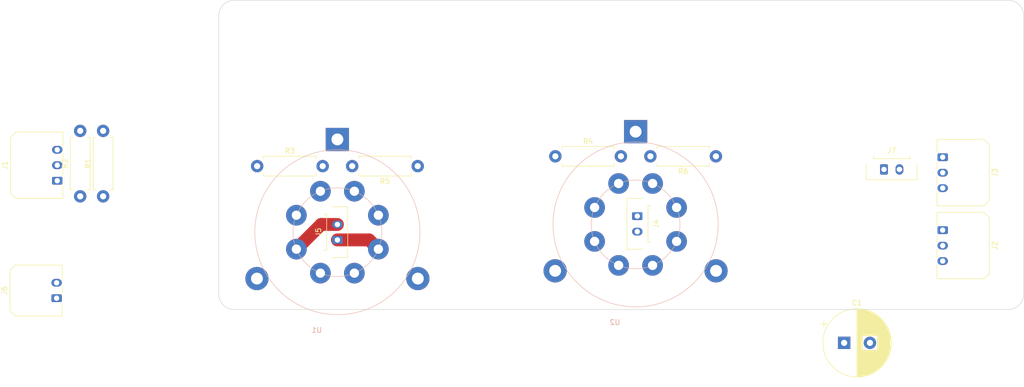
<source format=kicad_pcb>
(kicad_pcb (version 20221018) (generator pcbnew)
  (layers (0 "F.Cu" signal) (31 "B.Cu" signal) (34 "B.Paste" user) (35 "F.Paste" user) (36 "B.SilkS" user "B.Silkscreen") (37 "F.SilkS" user "F.Silkscreen") (38 "B.Mask" user) (39 "F.Mask" user) (44 "Edge.Cuts" user))
  (net 0 "")
  (net 1 "HT")
  (net 2 "GND")
  (net 3 "Net-(J1-Pin_2)")
  (net 4 "/Bias")
  (net 5 "GND1")
  (net 6 "Net-(J3-Pin_1)")
  (net 7 "Net-(J3-Pin_3)")
  (net 8 "Net-(J4-Pin_1)")
  (net 9 "Net-(J4-Pin_2)")
  (net 10 "Net-(U1A-G1)")
  (net 11 "Net-(U2A-G1)")
  (net 12 "Net-(U1A-G2)")
  (net 13 "Net-(U2A-G2)")
  (net 14 "Net-(J1-Pin_3)")
  (footprint "MountingHole:MountingHole_2.7mm_M2.5" (layer "F.Cu") (at 84.449636 33.681078)
    (fp_text reference "REF**" hide)
    (fp_text value "MountingHole_2.7mm_M2.5" hide)
    (pad "" np_thru_hole circle (at 0 0) (size 2.7 2.7) (drill 2.7) (layers "*.Cu" "*.Mask"))
  )
  (footprint "Resistor_THT:R_Axial_DIN0411_L9.9mm_D3.6mm_P12.70mm_Horizontal" (layer "F.Cu") (at 177.8 60.96 180)
    (fp_text reference "R6" (at 6.35 -2.92) (layer "F.SilkS"))
    (fp_text value "1K5")
    (fp_line (start 1.28 -1.92) (end 11.42 -1.92) (stroke (width 0.12)) (layer "F.SilkS"))
    (fp_line (start 1.28 -1.44) (end 1.28 -1.92) (stroke (width 0.12)) (layer "F.SilkS"))
    (fp_line (start 1.28 1.44) (end 1.28 1.92) (stroke (width 0.12)) (layer "F.SilkS"))
    (fp_line (start 1.28 1.92) (end 11.42 1.92) (stroke (width 0.12)) (layer "F.SilkS"))
    (fp_line (start 11.42 -1.92) (end 11.42 -1.44) (stroke (width 0.12)) (layer "F.SilkS"))
    (fp_line (start 11.42 1.92) (end 11.42 1.44) (stroke (width 0.12)) (layer "F.SilkS"))
    (pad "1" thru_hole circle (at 0 0 180) (size 2.4 2.4) (drill 1.2) (layers "*.Cu" "*.Mask") (net 1 "HT"))
    (pad "2" thru_hole oval (at 12.7 0 180) (size 2.4 2.4) (drill 1.2) (layers "*.Cu" "*.Mask") (net 13 "Net-(U2A-G2)"))
  )
  (footprint "Resistor_THT:R_Axial_DIN0411_L9.9mm_D3.6mm_P12.70mm_Horizontal" (layer "F.Cu") (at 59.055 68.725 90)
    (fp_text reference "R1" (at 6.35 -2.92 90) (layer "F.SilkS"))
    (fp_text value "220K")
    (fp_line (start 1.28 -1.92) (end 11.42 -1.92) (stroke (width 0.12)) (layer "F.SilkS"))
    (fp_line (start 1.28 -1.44) (end 1.28 -1.92) (stroke (width 0.12)) (layer "F.SilkS"))
    (fp_line (start 1.28 1.44) (end 1.28 1.92) (stroke (width 0.12)) (layer "F.SilkS"))
    (fp_line (start 1.28 1.92) (end 11.42 1.92) (stroke (width 0.12)) (layer "F.SilkS"))
    (fp_line (start 11.42 -1.92) (end 11.42 -1.44) (stroke (width 0.12)) (layer "F.SilkS"))
    (fp_line (start 11.42 1.92) (end 11.42 1.44) (stroke (width 0.12)) (layer "F.SilkS"))
    (pad "1" thru_hole circle (at 0 0 90) (size 2.4 2.4) (drill 1.2) (layers "*.Cu" "*.Mask") (net 4 "/Bias"))
    (pad "2" thru_hole oval (at 12.7 0 90) (size 2.4 2.4) (drill 1.2) (layers "*.Cu" "*.Mask") (net 14 "Net-(J1-Pin_3)"))
  )
  (footprint "Connector_Molex:Molex_Micro-Fit_3.0_43650-0200_1x02_P3.00mm_Horizontal" (layer "F.Cu") (at 50.04 88.495 90)
    (fp_text reference "J6" (at 1.5 -10.12 90) (layer "F.SilkS"))
    (fp_text value "PowerOut")
    (fp_line (start -3.435 -8.03) (end -2.435 -9.03) (stroke (width 0.12)) (layer "F.SilkS"))
    (fp_line (start -3.435 1.09) (end -3.435 -8.03) (stroke (width 0.12)) (layer "F.SilkS"))
    (fp_line (start -3.435 1.09) (end -1.01 1.09) (stroke (width 0.12)) (layer "F.SilkS"))
    (fp_line (start -2.435 -9.03) (end 5.435 -9.03) (stroke (width 0.12)) (layer "F.SilkS"))
    (fp_line (start 1.01 1.09) (end 2.348233 1.09) (stroke (width 0.12)) (layer "F.SilkS"))
    (fp_line (start 5.435 -9.03) (end 6.435 -8.03) (stroke (width 0.12)) (layer "F.SilkS"))
    (fp_line (start 6.435 -8.03) (end 6.435 1.09) (stroke (width 0.12)) (layer "F.SilkS"))
    (fp_line (start 6.435 1.09) (end 3.651767 1.09) (stroke (width 0.12)) (layer "F.SilkS"))
    (pad "" np_thru_hole circle (at 1.5 -4.32 90) (size 3 3) (drill 3) (layers "*.Cu" "*.Mask"))
    (pad "1" thru_hole roundrect (at 0 0 90) (size 1.5 2.02) (drill 1.02) (layers "*.Cu" "*.Mask") (roundrect_rratio 0.166667) (net 1 "HT"))
    (pad "2" thru_hole oval (at 3 0 90) (size 1.5 2.02) (drill 1.02) (layers "*.Cu" "*.Mask") (net 5 "GND1"))
  )
  (footprint "Connector_Molex:Molex_Micro-Fit_3.0_43650-0215_1x02_P3.00mm_Vertical" (layer "F.Cu") (at 210.36 63.5)
    (fp_text reference "J7" (at 1.5 -3.67) (layer "F.SilkS"))
    (fp_text value "Inductor")
    (fp_line (start -3.435 -1.065) (end -3.435 2.01) (stroke (width 0.12)) (layer "F.SilkS"))
    (fp_line (start -3.435 2.01) (end 6.435 2.01) (stroke (width 0.12)) (layer "F.SilkS"))
    (fp_line (start -2.015 -2.58) (end -2.015 -2.08) (stroke (width 0.12)) (layer "F.SilkS"))
    (fp_line (start -2.015 -2.08) (end 5.015 -2.08) (stroke (width 0.12)) (layer "F.SilkS"))
    (fp_line (start -1.995 -2.58) (end -2.015 -2.58) (stroke (width 0.12)) (layer "F.SilkS"))
    (fp_line (start 5.015 -2.58) (end 4.995 -2.58) (stroke (width 0.12)) (layer "F.SilkS"))
    (fp_line (start 5.015 -2.08) (end 5.015 -2.58) (stroke (width 0.12)) (layer "F.SilkS"))
    (fp_line (start 6.435 2.01) (end 6.435 -1.065) (stroke (width 0.12)) (layer "F.SilkS"))
    (pad "" np_thru_hole circle (at -3 -1.96) (size 1.27 1.27) (drill 1.27) (layers "*.Cu" "*.Mask"))
    (pad "" np_thru_hole circle (at 6 -1.96) (size 1.27 1.27) (drill 1.27) (layers "*.Cu" "*.Mask"))
    (pad "1" thru_hole roundrect (at 0 0) (size 1.5 2.02) (drill 1.02) (layers "*.Cu" "*.Mask") (roundrect_rratio 0.166667) (net 1 "HT"))
    (pad "2" thru_hole oval (at 3 0) (size 1.5 2.02) (drill 1.02) (layers "*.Cu" "*.Mask") (net 1 "HT"))
  )
  (footprint "Connector_Molex:Molex_Micro-Fit_3.0_43650-0300_1x03_P3.00mm_Horizontal" (layer "F.Cu") (at 50.165 65.69 90)
    (fp_text reference "J1" (at 3 -10.12 90) (layer "F.SilkS"))
    (fp_text value "Signal")
    (fp_line (start -3.435 -8.03) (end -2.435 -9.03) (stroke (width 0.12)) (layer "F.SilkS"))
    (fp_line (start -3.435 1.09) (end -3.435 -8.03) (stroke (width 0.12)) (layer "F.SilkS"))
    (fp_line (start -3.435 1.09) (end -1.01 1.09) (stroke (width 0.12)) (layer "F.SilkS"))
    (fp_line (start -2.435 -9.03) (end 8.435 -9.03) (stroke (width 0.12)) (layer "F.SilkS"))
    (fp_line (start 1.01 1.09) (end 2.348233 1.09) (stroke (width 0.12)) (layer "F.SilkS"))
    (fp_line (start 3.651767 1.09) (end 5.348233 1.09) (stroke (width 0.12)) (layer "F.SilkS"))
    (fp_line (start 8.435 -9.03) (end 9.435 -8.03) (stroke (width 0.12)) (layer "F.SilkS"))
    (fp_line (start 9.435 -8.03) (end 9.435 1.09) (stroke (width 0.12)) (layer "F.SilkS"))
    (fp_line (start 9.435 1.09) (end 6.651767 1.09) (stroke (width 0.12)) (layer "F.SilkS"))
    (pad "" np_thru_hole circle (at 3 -4.32 90) (size 3 3) (drill 3) (layers "*.Cu" "*.Mask"))
    (pad "1" thru_hole roundrect (at 0 0 90) (size 1.5 2.02) (drill 1.02) (layers "*.Cu" "*.Mask") (roundrect_rratio 0.166667) (net 2 "GND"))
    (pad "2" thru_hole oval (at 3 0 90) (size 1.5 2.02) (drill 1.02) (layers "*.Cu" "*.Mask") (net 3 "Net-(J1-Pin_2)"))
    (pad "3" thru_hole oval (at 6 0 90) (size 1.5 2.02) (drill 1.02) (layers "*.Cu" "*.Mask") (net 14 "Net-(J1-Pin_3)"))
  )
  (footprint "Resistor_THT:R_Axial_DIN0411_L9.9mm_D3.6mm_P12.70mm_Horizontal" (layer "F.Cu") (at 120.015 62.865 180)
    (fp_text reference "R5" (at 6.35 -2.92) (layer "F.SilkS"))
    (fp_text value "1K5")
    (fp_line (start 1.28 -1.92) (end 11.42 -1.92) (stroke (width 0.12)) (layer "F.SilkS"))
    (fp_line (start 1.28 -1.44) (end 1.28 -1.92) (stroke (width 0.12)) (layer "F.SilkS"))
    (fp_line (start 1.28 1.44) (end 1.28 1.92) (stroke (width 0.12)) (layer "F.SilkS"))
    (fp_line (start 1.28 1.92) (end 11.42 1.92) (stroke (width 0.12)) (layer "F.SilkS"))
    (fp_line (start 11.42 -1.92) (end 11.42 -1.44) (stroke (width 0.12)) (layer "F.SilkS"))
    (fp_line (start 11.42 1.92) (end 11.42 1.44) (stroke (width 0.12)) (layer "F.SilkS"))
    (pad "1" thru_hole circle (at 0 0 180) (size 2.4 2.4) (drill 1.2) (layers "*.Cu" "*.Mask") (net 1 "HT"))
    (pad "2" thru_hole oval (at 12.7 0 180) (size 2.4 2.4) (drill 1.2) (layers "*.Cu" "*.Mask") (net 12 "Net-(U1A-G2)"))
  )
  (footprint "Connector_Molex:Molex_Micro-Fit_3.0_43650-0215_1x02_P3.00mm_Vertical" (layer "F.Cu") (at 162.56 72.565 -90)
    (fp_text reference "J4" (at 1.5 -3.67 -90) (layer "F.SilkS"))
    (fp_text value "Heater")
    (fp_line (start -3.435 -1.065) (end -3.435 2.01) (stroke (width 0.12)) (layer "F.SilkS"))
    (fp_line (start -3.435 2.01) (end 6.435 2.01) (stroke (width 0.12)) (layer "F.SilkS"))
    (fp_line (start -2.015 -2.58) (end -2.015 -2.08) (stroke (width 0.12)) (layer "F.SilkS"))
    (fp_line (start -2.015 -2.08) (end 5.015 -2.08) (stroke (width 0.12)) (layer "F.SilkS"))
    (fp_line (start -1.995 -2.58) (end -2.015 -2.58) (stroke (width 0.12)) (layer "F.SilkS"))
    (fp_line (start 5.015 -2.58) (end 4.995 -2.58) (stroke (width 0.12)) (layer "F.SilkS"))
    (fp_line (start 5.015 -2.08) (end 5.015 -2.58) (stroke (width 0.12)) (layer "F.SilkS"))
    (fp_line (start 6.435 2.01) (end 6.435 -1.065) (stroke (width 0.12)) (layer "F.SilkS"))
    (pad "" np_thru_hole circle (at -3 -1.96 270) (size 1.27 1.27) (drill 1.27) (layers "*.Cu" "*.Mask"))
    (pad "" np_thru_hole circle (at 6 -1.96 270) (size 1.27 1.27) (drill 1.27) (layers "*.Cu" "*.Mask"))
    (pad "1" thru_hole roundrect (at 0 0 270) (size 1.5 2.02) (drill 1.02) (layers "*.Cu" "*.Mask") (roundrect_rratio 0.166667) (net 8 "Net-(J4-Pin_1)"))
    (pad "2" thru_hole oval (at 3 0 270) (size 1.5 2.02) (drill 1.02) (layers "*.Cu" "*.Mask") (net 9 "Net-(J4-Pin_2)"))
  )
  (footprint "Connector_Molex:Molex_Micro-Fit_3.0_43650-0300_1x03_P3.00mm_Horizontal" (layer "F.Cu") (at 221.74 61.135 -90)
    (fp_text reference "J3" (at 3 -10.12 90) (layer "F.SilkS"))
    (fp_text value "SignalOut")
    (fp_line (start -3.435 -8.03) (end -2.435 -9.03) (stroke (width 0.12)) (layer "F.SilkS"))
    (fp_line (start -3.435 1.09) (end -3.435 -8.03) (stroke (width 0.12)) (layer "F.SilkS"))
    (fp_line (start -3.435 1.09) (end -1.01 1.09) (stroke (width 0.12)) (layer "F.SilkS"))
    (fp_line (start -2.435 -9.03) (end 8.435 -9.03) (stroke (width 0.12)) (layer "F.SilkS"))
    (fp_line (start 1.01 1.09) (end 2.348233 1.09) (stroke (width 0.12)) (layer "F.SilkS"))
    (fp_line (start 3.651767 1.09) (end 5.348233 1.09) (stroke (width 0.12)) (layer "F.SilkS"))
    (fp_line (start 8.435 -9.03) (end 9.435 -8.03) (stroke (width 0.12)) (layer "F.SilkS"))
    (fp_line (start 9.435 -8.03) (end 9.435 1.09) (stroke (width 0.12)) (layer "F.SilkS"))
    (fp_line (start 9.435 1.09) (end 6.651767 1.09) (stroke (width 0.12)) (layer "F.SilkS"))
    (pad "" np_thru_hole circle (at 3 -4.32 270) (size 3 3) (drill 3) (layers "*.Cu" "*.Mask"))
    (pad "1" thru_hole roundrect (at 0 0 270) (size 1.5 2.02) (drill 1.02) (layers "*.Cu" "*.Mask") (roundrect_rratio 0.166667) (net 6 "Net-(J3-Pin_1)"))
    (pad "2" thru_hole oval (at 3 0 270) (size 1.5 2.02) (drill 1.02) (layers "*.Cu" "*.Mask") (net 1 "HT"))
    (pad "3" thru_hole oval (at 6 0 270) (size 1.5 2.02) (drill 1.02) (layers "*.Cu" "*.Mask") (net 7 "Net-(J3-Pin_3)"))
  )
  (footprint "Connector_Molex:Molex_Micro-Fit_3.0_43650-0300_1x03_P3.00mm_Horizontal" (layer "F.Cu") (at 221.74 75.28 -90)
    (fp_text reference "J2" (at 3 -10.12 90) (layer "F.SilkS"))
    (fp_text value "Power")
    (fp_line (start -3.435 -8.03) (end -2.435 -9.03) (stroke (width 0.12)) (layer "F.SilkS"))
    (fp_line (start -3.435 1.09) (end -3.435 -8.03) (stroke (width 0.12)) (layer "F.SilkS"))
    (fp_line (start -3.435 1.09) (end -1.01 1.09) (stroke (width 0.12)) (layer "F.SilkS"))
    (fp_line (start -2.435 -9.03) (end 8.435 -9.03) (stroke (width 0.12)) (layer "F.SilkS"))
    (fp_line (start 1.01 1.09) (end 2.348233 1.09) (stroke (width 0.12)) (layer "F.SilkS"))
    (fp_line (start 3.651767 1.09) (end 5.348233 1.09) (stroke (width 0.12)) (layer "F.SilkS"))
    (fp_line (start 8.435 -9.03) (end 9.435 -8.03) (stroke (width 0.12)) (layer "F.SilkS"))
    (fp_line (start 9.435 -8.03) (end 9.435 1.09) (stroke (width 0.12)) (layer "F.SilkS"))
    (fp_line (start 9.435 1.09) (end 6.651767 1.09) (stroke (width 0.12)) (layer "F.SilkS"))
    (pad "" np_thru_hole circle (at 3 -4.32 270) (size 3 3) (drill 3) (layers "*.Cu" "*.Mask"))
    (pad "1" thru_hole roundrect (at 0 0 270) (size 1.5 2.02) (drill 1.02) (layers "*.Cu" "*.Mask") (roundrect_rratio 0.166667) (net 1 "HT"))
    (pad "2" thru_hole oval (at 3 0 270) (size 1.5 2.02) (drill 1.02) (layers "*.Cu" "*.Mask") (net 4 "/Bias"))
    (pad "3" thru_hole oval (at 6 0 270) (size 1.5 2.02) (drill 1.02) (layers "*.Cu" "*.Mask") (net 5 "GND1"))
  )
  (footprint "MountingHole:MountingHole_2.7mm_M2.5" (layer "F.Cu") (at 234.449636 87.681078 180)
    (fp_text reference "REF**" hide)
    (fp_text value "MountingHole_2.7mm_M2.5" hide)
    (pad "" np_thru_hole circle (at 0 0 180) (size 2.7 2.7) (drill 2.7) (layers "*.Cu" "*.Mask"))
  )
  (footprint "Connector_Molex:Molex_Micro-Fit_3.0_43650-0215_1x02_P3.00mm_Vertical" (layer "F.Cu") (at 104.449636 77.181078 90)
    (fp_text reference "J5" (at 1.5 -3.67 90) (layer "F.SilkS"))
    (fp_text value "HeaterOut")
    (fp_line (start -3.435 -1.065) (end -3.435 2.01) (stroke (width 0.12)) (layer "F.SilkS"))
    (fp_line (start -3.435 2.01) (end 6.435 2.01) (stroke (width 0.12)) (layer "F.SilkS"))
    (fp_line (start -2.015 -2.58) (end -2.015 -2.08) (stroke (width 0.12)) (layer "F.SilkS"))
    (fp_line (start -2.015 -2.08) (end 5.015 -2.08) (stroke (width 0.12)) (layer "F.SilkS"))
    (fp_line (start -1.995 -2.58) (end -2.015 -2.58) (stroke (width 0.12)) (layer "F.SilkS"))
    (fp_line (start 5.015 -2.58) (end 4.995 -2.58) (stroke (width 0.12)) (layer "F.SilkS"))
    (fp_line (start 5.015 -2.08) (end 5.015 -2.58) (stroke (width 0.12)) (layer "F.SilkS"))
    (fp_line (start 6.435 2.01) (end 6.435 -1.065) (stroke (width 0.12)) (layer "F.SilkS"))
    (pad "" np_thru_hole circle (at -3 -1.96 90) (size 1.27 1.27) (drill 1.27) (layers "*.Cu" "*.Mask"))
    (pad "" np_thru_hole circle (at 6 -1.96 90) (size 1.27 1.27) (drill 1.27) (layers "*.Cu" "*.Mask"))
    (pad "1" thru_hole roundrect (at 0 0 90) (size 1.5 2.02) (drill 1.02) (layers "*.Cu" "*.Mask") (roundrect_rratio 0.166667) (net 8 "Net-(J4-Pin_1)"))
    (pad "2" thru_hole oval (at 3 0 90) (size 1.5 2.02) (drill 1.02) (layers "*.Cu" "*.Mask") (net 9 "Net-(J4-Pin_2)"))
  )
  (footprint "Resistor_THT:R_Axial_DIN0411_L9.9mm_D3.6mm_P12.70mm_Horizontal" (layer "F.Cu") (at 88.9 62.865)
    (fp_text reference "R3" (at 6.35 -2.92) (layer "F.SilkS"))
    (fp_text value "5K6")
    (fp_line (start 1.28 -1.92) (end 11.42 -1.92) (stroke (width 0.12)) (layer "F.SilkS"))
    (fp_line (start 1.28 -1.44) (end 1.28 -1.92) (stroke (width 0.12)) (layer "F.SilkS"))
    (fp_line (start 1.28 1.44) (end 1.28 1.92) (stroke (width 0.12)) (layer "F.SilkS"))
    (fp_line (start 1.28 1.92) (end 11.42 1.92) (stroke (width 0.12)) (layer "F.SilkS"))
    (fp_line (start 11.42 -1.92) (end 11.42 -1.44) (stroke (width 0.12)) (layer "F.SilkS"))
    (fp_line (start 11.42 1.92) (end 11.42 1.44) (stroke (width 0.12)) (layer "F.SilkS"))
    (pad "1" thru_hole circle (at 0 0) (size 2.4 2.4) (drill 1.2) (layers "*.Cu" "*.Mask") (net 14 "Net-(J1-Pin_3)"))
    (pad "2" thru_hole oval (at 12.7 0) (size 2.4 2.4) (drill 1.2) (layers "*.Cu" "*.Mask") (net 10 "Net-(U1A-G1)"))
  )
  (footprint "MountingHole:MountingHole_2.7mm_M2.5" (layer "F.Cu") (at 234.449636 33.681078)
    (fp_text reference "REF**" hide)
    (fp_text value "MountingHole_2.7mm_M2.5" hide)
    (pad "" np_thru_hole circle (at 0 0) (size 2.7 2.7) (drill 2.7) (layers "*.Cu" "*.Mask"))
  )
  (footprint "Capacitor_THT:CP_Radial_D13.0mm_P5.00mm" (layer "F.Cu") (at 202.645 97.155)
    (fp_text reference "C1" (at 2.5 -7.75) (layer "F.SilkS"))
    (fp_text value "20uF")
    (fp_line (start -4.584569 -3.715) (end -3.284569 -3.715) (stroke (width 0.12)) (layer "F.SilkS"))
    (fp_line (start -3.934569 -4.365) (end -3.934569 -3.065) (stroke (width 0.12)) (layer "F.SilkS"))
    (fp_line (start 2.5 -6.58) (end 2.5 6.58) (stroke (width 0.12)) (layer "F.SilkS"))
    (fp_line (start 2.54 -6.58) (end 2.54 6.58) (stroke (width 0.12)) (layer "F.SilkS"))
    (fp_line (start 2.58 -6.58) (end 2.58 6.58) (stroke (width 0.12)) (layer "F.SilkS"))
    (fp_line (start 2.62 -6.579) (end 2.62 6.579) (stroke (width 0.12)) (layer "F.SilkS"))
    (fp_line (start 2.66 -6.579) (end 2.66 6.579) (stroke (width 0.12)) (layer "F.SilkS"))
    (fp_line (start 2.7 -6.577) (end 2.7 6.577) (stroke (width 0.12)) (layer "F.SilkS"))
    (fp_line (start 2.74 -6.576) (end 2.74 6.576) (stroke (width 0.12)) (layer "F.SilkS"))
    (fp_line (start 2.78 -6.575) (end 2.78 6.575) (stroke (width 0.12)) (layer "F.SilkS"))
    (fp_line (start 2.82 -6.573) (end 2.82 6.573) (stroke (width 0.12)) (layer "F.SilkS"))
    (fp_line (start 2.86 -6.571) (end 2.86 6.571) (stroke (width 0.12)) (layer "F.SilkS"))
    (fp_line (start 2.9 -6.568) (end 2.9 6.568) (stroke (width 0.12)) (layer "F.SilkS"))
    (fp_line (start 2.94 -6.566) (end 2.94 6.566) (stroke (width 0.12)) (layer "F.SilkS"))
    (fp_line (start 2.98 -6.563) (end 2.98 6.563) (stroke (width 0.12)) (layer "F.SilkS"))
    (fp_line (start 3.02 -6.56) (end 3.02 6.56) (stroke (width 0.12)) (layer "F.SilkS"))
    (fp_line (start 3.06 -6.557) (end 3.06 6.557) (stroke (width 0.12)) (layer "F.SilkS"))
    (fp_line (start 3.1 -6.553) (end 3.1 6.553) (stroke (width 0.12)) (layer "F.SilkS"))
    (fp_line (start 3.14 -6.549) (end 3.14 6.549) (stroke (width 0.12)) (layer "F.SilkS"))
    (fp_line (start 3.18 -6.545) (end 3.18 6.545) (stroke (width 0.12)) (layer "F.SilkS"))
    (fp_line (start 3.221 -6.541) (end 3.221 6.541) (stroke (width 0.12)) (layer "F.SilkS"))
    (fp_line (start 3.261 -6.537) (end 3.261 6.537) (stroke (width 0.12)) (layer "F.SilkS"))
    (fp_line (start 3.301 -6.532) (end 3.301 6.532) (stroke (width 0.12)) (layer "F.SilkS"))
    (fp_line (start 3.341 -6.527) (end 3.341 6.527) (stroke (width 0.12)) (layer "F.SilkS"))
    (fp_line (start 3.381 -6.522) (end 3.381 6.522) (stroke (width 0.12)) (layer "F.SilkS"))
    (fp_line (start 3.421 -6.516) (end 3.421 6.516) (stroke (width 0.12)) (layer "F.SilkS"))
    (fp_line (start 3.461 -6.511) (end 3.461 6.511) (stroke (width 0.12)) (layer "F.SilkS"))
    (fp_line (start 3.501 -6.505) (end 3.501 6.505) (stroke (width 0.12)) (layer "F.SilkS"))
    (fp_line (start 3.541 -6.498) (end 3.541 6.498) (stroke (width 0.12)) (layer "F.SilkS"))
    (fp_line (start 3.581 -6.492) (end 3.581 -1.44) (stroke (width 0.12)) (layer "F.SilkS"))
    (fp_line (start 3.581 1.44) (end 3.581 6.492) (stroke (width 0.12)) (layer "F.SilkS"))
    (fp_line (start 3.621 -6.485) (end 3.621 -1.44) (stroke (width 0.12)) (layer "F.SilkS"))
    (fp_line (start 3.621 1.44) (end 3.621 6.485) (stroke (width 0.12)) (layer "F.SilkS"))
    (fp_line (start 3.661 -6.478) (end 3.661 -1.44) (stroke (width 0.12)) (layer "F.SilkS"))
    (fp_line (start 3.661 1.44) (end 3.661 6.478) (stroke (width 0.12)) (layer "F.SilkS"))
    (fp_line (start 3.701 -6.471) (end 3.701 -1.44) (stroke (width 0.12)) (layer "F.SilkS"))
    (fp_line (start 3.701 1.44) (end 3.701 6.471) (stroke (width 0.12)) (layer "F.SilkS"))
    (fp_line (start 3.741 -6.463) (end 3.741 -1.44) (stroke (width 0.12)) (layer "F.SilkS"))
    (fp_line (start 3.741 1.44) (end 3.741 6.463) (stroke (width 0.12)) (layer "F.SilkS"))
    (fp_line (start 3.781 -6.456) (end 3.781 -1.44) (stroke (width 0.12)) (layer "F.SilkS"))
    (fp_line (start 3.781 1.44) (end 3.781 6.456) (stroke (width 0.12)) (layer "F.SilkS"))
    (fp_line (start 3.821 -6.448) (end 3.821 -1.44) (stroke (width 0.12)) (layer "F.SilkS"))
    (fp_line (start 3.821 1.44) (end 3.821 6.448) (stroke (width 0.12)) (layer "F.SilkS"))
    (fp_line (start 3.861 -6.439) (end 3.861 -1.44) (stroke (width 0.12)) (layer "F.SilkS"))
    (fp_line (start 3.861 1.44) (end 3.861 6.439) (stroke (width 0.12)) (layer "F.SilkS"))
    (fp_line (start 3.901 -6.431) (end 3.901 -1.44) (stroke (width 0.12)) (layer "F.SilkS"))
    (fp_line (start 3.901 1.44) (end 3.901 6.431) (stroke (width 0.12)) (layer "F.SilkS"))
    (fp_line (start 3.941 -6.422) (end 3.941 -1.44) (stroke (width 0.12)) (layer "F.SilkS"))
    (fp_line (start 3.941 1.44) (end 3.941 6.422) (stroke (width 0.12)) (layer "F.SilkS"))
    (fp_line (start 3.981 -6.413) (end 3.981 -1.44) (stroke (width 0.12)) (layer "F.SilkS"))
    (fp_line (start 3.981 1.44) (end 3.981 6.413) (stroke (width 0.12)) (layer "F.SilkS"))
    (fp_line (start 4.021 -6.404) (end 4.021 -1.44) (stroke (width 0.12)) (layer "F.SilkS"))
    (fp_line (start 4.021 1.44) (end 4.021 6.404) (stroke (width 0.12)) (layer "F.SilkS"))
    (fp_line (start 4.061 -6.394) (end 4.061 -1.44) (stroke (width 0.12)) (layer "F.SilkS"))
    (fp_line (start 4.061 1.44) (end 4.061 6.394) (stroke (width 0.12)) (layer "F.SilkS"))
    (fp_line (start 4.101 -6.384) (end 4.101 -1.44) (stroke (width 0.12)) (layer "F.SilkS"))
    (fp_line (start 4.101 1.44) (end 4.101 6.384) (stroke (width 0.12)) (layer "F.SilkS"))
    (fp_line (start 4.141 -6.374) (end 4.141 -1.44) (stroke (width 0.12)) (layer "F.SilkS"))
    (fp_line (start 4.141 1.44) (end 4.141 6.374) (stroke (width 0.12)) (layer "F.SilkS"))
    (fp_line (start 4.181 -6.364) (end 4.181 -1.44) (stroke (width 0.12)) (layer "F.SilkS"))
    (fp_line (start 4.181 1.44) (end 4.181 6.364) (stroke (width 0.12)) (layer "F.SilkS"))
    (fp_line (start 4.221 -6.353) (end 4.221 -1.44) (stroke (width 0.12)) (layer "F.SilkS"))
    (fp_line (start 4.221 1.44) (end 4.221 6.353) (stroke (width 0.12)) (layer "F.SilkS"))
    (fp_line (start 4.261 -6.342) (end 4.261 -1.44) (stroke (width 0.12)) (layer "F.SilkS"))
    (fp_line (start 4.261 1.44) (end 4.261 6.342) (stroke (width 0.12)) (layer "F.SilkS"))
    (fp_line (start 4.301 -6.331) (end 4.301 -1.44) (stroke (width 0.12)) (layer "F.SilkS"))
    (fp_line (start 4.301 1.44) (end 4.301 6.331) (stroke (width 0.12)) (layer "F.SilkS"))
    (fp_line (start 4.341 -6.32) (end 4.341 -1.44) (stroke (width 0.12)) (layer "F.SilkS"))
    (fp_line (start 4.341 1.44) (end 4.341 6.32) (stroke (width 0.12)) (layer "F.SilkS"))
    (fp_line (start 4.381 -6.308) (end 4.381 -1.44) (stroke (width 0.12)) (layer "F.SilkS"))
    (fp_line (start 4.381 1.44) (end 4.381 6.308) (stroke (width 0.12)) (layer "F.SilkS"))
    (fp_line (start 4.421 -6.296) (end 4.421 -1.44) (stroke (width 0.12)) (layer "F.SilkS"))
    (fp_line (start 4.421 1.44) (end 4.421 6.296) (stroke (width 0.12)) (layer "F.SilkS"))
    (fp_line (start 4.461 -6.284) (end 4.461 -1.44) (stroke (width 0.12)) (layer "F.SilkS"))
    (fp_line (start 4.461 1.44) (end 4.461 6.284) (stroke (width 0.12)) (layer "F.SilkS"))
    (fp_line (start 4.501 -6.271) (end 4.501 -1.44) (stroke (width 0.12)) (layer "F.SilkS"))
    (fp_line (start 4.501 1.44) (end 4.501 6.271) (stroke (width 0.12)) (layer "F.SilkS"))
    (fp_line (start 4.541 -6.258) (end 4.541 -1.44) (stroke (width 0.12)) (layer "F.SilkS"))
    (fp_line (start 4.541 1.44) (end 4.541 6.258) (stroke (width 0.12)) (layer "F.SilkS"))
    (fp_line (start 4.581 -6.245) (end 4.581 -1.44) (stroke (width 0.12)) (layer "F.SilkS"))
    (fp_line (start 4.581 1.44) (end 4.581 6.245) (stroke (width 0.12)) (layer "F.SilkS"))
    (fp_line (start 4.621 -6.232) (end 4.621 -1.44) (stroke (width 0.12)) (layer "F.SilkS"))
    (fp_line (start 4.621 1.44) (end 4.621 6.232) (stroke (width 0.12)) (layer "F.SilkS"))
    (fp_line (start 4.661 -6.218) (end 4.661 -1.44) (stroke (width 0.12)) (layer "F.SilkS"))
    (fp_line (start 4.661 1.44) (end 4.661 6.218) (stroke (width 0.12)) (layer "F.SilkS"))
    (fp_line (start 4.701 -6.204) (end 4.701 -1.44) (stroke (width 0.12)) (layer "F.SilkS"))
    (fp_line (start 4.701 1.44) (end 4.701 6.204) (stroke (width 0.12)) (layer "F.SilkS"))
    (fp_line (start 4.741 -6.19) (end 4.741 -1.44) (stroke (width 0.12)) (layer "F.SilkS"))
    (fp_line (start 4.741 1.44) (end 4.741 6.19) (stroke (width 0.12)) (layer "F.SilkS"))
    (fp_line (start 4.781 -6.175) (end 4.781 -1.44) (stroke (width 0.12)) (layer "F.SilkS"))
    (fp_line (start 4.781 1.44) (end 4.781 6.175) (stroke (width 0.12)) (layer "F.SilkS"))
    (fp_line (start 4.821 -6.161) (end 4.821 -1.44) (stroke (width 0.12)) (layer "F.SilkS"))
    (fp_line (start 4.821 1.44) (end 4.821 6.161) (stroke (width 0.12)) (layer "F.SilkS"))
    (fp_line (start 4.861 -6.146) (end 4.861 -1.44) (stroke (width 0.12)) (layer "F.SilkS"))
    (fp_line (start 4.861 1.44) (end 4.861 6.146) (stroke (width 0.12)) (layer "F.SilkS"))
    (fp_line (start 4.901 -6.13) (end 4.901 -1.44) (stroke (width 0.12)) (layer "F.SilkS"))
    (fp_line (start 4.901 1.44) (end 4.901 6.13) (stroke (width 0.12)) (layer "F.SilkS"))
    (fp_line (start 4.941 -6.114) (end 4.941 -1.44) (stroke (width 0.12)) (layer "F.SilkS"))
    (fp_line (start 4.941 1.44) (end 4.941 6.114) (stroke (width 0.12)) (layer "F.SilkS"))
    (fp_line (start 4.981 -6.098) (end 4.981 -1.44) (stroke (width 0.12)) (layer "F.SilkS"))
    (fp_line (start 4.981 1.44) (end 4.981 6.098) (stroke (width 0.12)) (layer "F.SilkS"))
    (fp_line (start 5.021 -6.082) (end 5.021 -1.44) (stroke (width 0.12)) (layer "F.SilkS"))
    (fp_line (start 5.021 1.44) (end 5.021 6.082) (stroke (width 0.12)) (layer "F.SilkS"))
    (fp_line (start 5.061 -6.065) (end 5.061 -1.44) (stroke (width 0.12)) (layer "F.SilkS"))
    (fp_line (start 5.061 1.44) (end 5.061 6.065) (stroke (width 0.12)) (layer "F.SilkS"))
    (fp_line (start 5.101 -6.049) (end 5.101 -1.44) (stroke (width 0.12)) (layer "F.SilkS"))
    (fp_line (start 5.101 1.44) (end 5.101 6.049) (stroke (width 0.12)) (layer "F.SilkS"))
    (fp_line (start 5.141 -6.031) (end 5.141 -1.44) (stroke (width 0.12)) (layer "F.SilkS"))
    (fp_line (start 5.141 1.44) (end 5.141 6.031) (stroke (width 0.12)) (layer "F.SilkS"))
    (fp_line (start 5.181 -6.014) (end 5.181 -1.44) (stroke (width 0.12)) (layer "F.SilkS"))
    (fp_line (start 5.181 1.44) (end 5.181 6.014) (stroke (width 0.12)) (layer "F.SilkS"))
    (fp_line (start 5.221 -5.996) (end 5.221 -1.44) (stroke (width 0.12)) (layer "F.SilkS"))
    (fp_line (start 5.221 1.44) (end 5.221 5.996) (stroke (width 0.12)) (layer "F.SilkS"))
    (fp_line (start 5.261 -5.978) (end 5.261 -1.44) (stroke (width 0.12)) (layer "F.SilkS"))
    (fp_line (start 5.261 1.44) (end 5.261 5.978) (stroke (width 0.12)) (layer "F.SilkS"))
    (fp_line (start 5.301 -5.959) (end 5.301 -1.44) (stroke (width 0.12)) (layer "F.SilkS"))
    (fp_line (start 5.301 1.44) (end 5.301 5.959) (stroke (width 0.12)) (layer "F.SilkS"))
    (fp_line (start 5.341 -5.94) (end 5.341 -1.44) (stroke (width 0.12)) (layer "F.SilkS"))
    (fp_line (start 5.341 1.44) (end 5.341 5.94) (stroke (width 0.12)) (layer "F.SilkS"))
    (fp_line (start 5.381 -5.921) (end 5.381 -1.44) (stroke (width 0.12)) (layer "F.SilkS"))
    (fp_line (start 5.381 1.44) (end 5.381 5.921) (stroke (width 0.12)) (layer "F.SilkS"))
    (fp_line (start 5.421 -5.902) (end 5.421 -1.44) (stroke (width 0.12)) (layer "F.SilkS"))
    (fp_line (start 5.421 1.44) (end 5.421 5.902) (stroke (width 0.12)) (layer "F.SilkS"))
    (fp_line (start 5.461 -5.882) (end 5.461 -1.44) (stroke (width 0.12)) (layer "F.SilkS"))
    (fp_line (start 5.461 1.44) (end 5.461 5.882) (stroke (width 0.12)) (layer "F.SilkS"))
    (fp_line (start 5.501 -5.862) (end 5.501 -1.44) (stroke (width 0.12)) (layer "F.SilkS"))
    (fp_line (start 5.501 1.44) (end 5.501 5.862) (stroke (width 0.12)) (layer "F.SilkS"))
    (fp_line (start 5.541 -5.841) (end 5.541 -1.44) (stroke (width 0.12)) (layer "F.SilkS"))
    (fp_line (start 5.541 1.44) (end 5.541 5.841) (stroke (width 0.12)) (layer "F.SilkS"))
    (fp_line (start 5.581 -5.82) (end 5.581 -1.44) (stroke (width 0.12)) (layer "F.SilkS"))
    (fp_line (start 5.581 1.44) (end 5.581 5.82) (stroke (width 0.12)) (layer "F.SilkS"))
    (fp_line (start 5.621 -5.799) (end 5.621 -1.44) (stroke (width 0.12)) (layer "F.SilkS"))
    (fp_line (start 5.621 1.44) (end 5.621 5.799) (stroke (width 0.12)) (layer "F.SilkS"))
    (fp_line (start 5.661 -5.778) (end 5.661 -1.44) (stroke (width 0.12)) (layer "F.SilkS"))
    (fp_line (start 5.661 1.44) (end 5.661 5.778) (stroke (width 0.12)) (layer "F.SilkS"))
    (fp_line (start 5.701 -5.756) (end 5.701 -1.44) (stroke (width 0.12)) (layer "F.SilkS"))
    (fp_line (start 5.701 1.44) (end 5.701 5.756) (stroke (width 0.12)) (layer "F.SilkS"))
    (fp_line (start 5.741 -5.733) (end 5.741 -1.44) (stroke (width 0.12)) (layer "F.SilkS"))
    (fp_line (start 5.741 1.44) (end 5.741 5.733) (stroke (width 0.12)) (layer "F.SilkS"))
    (fp_line (start 5.781 -5.711) (end 5.781 -1.44) (stroke (width 0.12)) (layer "F.SilkS"))
    (fp_line (start 5.781 1.44) (end 5.781 5.711) (stroke (width 0.12)) (layer "F.SilkS"))
    (fp_line (start 5.821 -5.688) (end 5.821 -1.44) (stroke (width 0.12)) (layer "F.SilkS"))
    (fp_line (start 5.821 1.44) (end 5.821 5.688) (stroke (width 0.12)) (layer "F.SilkS"))
    (fp_line (start 5.861 -5.664) (end 5.861 -1.44) (stroke (width 0.12)) (layer "F.SilkS"))
    (fp_line (start 5.861 1.44) (end 5.861 5.664) (stroke (width 0.12)) (layer "F.SilkS"))
    (fp_line (start 5.901 -5.641) (end 5.901 -1.44) (stroke (width 0.12)) (layer "F.SilkS"))
    (fp_line (start 5.901 1.44) (end 5.901 5.641) (stroke (width 0.12)) (layer "F.SilkS"))
    (fp_line (start 5.941 -5.617) (end 5.941 -1.44) (stroke (width 0.12)) (layer "F.SilkS"))
    (fp_line (start 5.941 1.44) (end 5.941 5.617) (stroke (width 0.12)) (layer "F.SilkS"))
    (fp_line (start 5.981 -5.592) (end 5.981 -1.44) (stroke (width 0.12)) (layer "F.SilkS"))
    (fp_line (start 5.981 1.44) (end 5.981 5.592) (stroke (width 0.12)) (layer "F.SilkS"))
    (fp_line (start 6.021 -5.567) (end 6.021 -1.44) (stroke (width 0.12)) (layer "F.SilkS"))
    (fp_line (start 6.021 1.44) (end 6.021 5.567) (stroke (width 0.12)) (layer "F.SilkS"))
    (fp_line (start 6.061 -5.542) (end 6.061 -1.44) (stroke (width 0.12)) (layer "F.SilkS"))
    (fp_line (start 6.061 1.44) (end 6.061 5.542) (stroke (width 0.12)) (layer "F.SilkS"))
    (fp_line (start 6.101 -5.516) (end 6.101 -1.44) (stroke (width 0.12)) (layer "F.SilkS"))
    (fp_line (start 6.101 1.44) (end 6.101 5.516) (stroke (width 0.12)) (layer "F.SilkS"))
    (fp_line (start 6.141 -5.49) (end 6.141 -1.44) (stroke (width 0.12)) (layer "F.SilkS"))
    (fp_line (start 6.141 1.44) (end 6.141 5.49) (stroke (width 0.12)) (layer "F.SilkS"))
    (fp_line (start 6.181 -5.463) (end 6.181 -1.44) (stroke (width 0.12)) (layer "F.SilkS"))
    (fp_line (start 6.181 1.44) (end 6.181 5.463) (stroke (width 0.12)) (layer "F.SilkS"))
    (fp_line (start 6.221 -5.436) (end 6.221 -1.44) (stroke (width 0.12)) (layer "F.SilkS"))
    (fp_line (start 6.221 1.44) (end 6.221 5.436) (stroke (width 0.12)) (layer "F.SilkS"))
    (fp_line (start 6.261 -5.409) (end 6.261 -1.44) (stroke (width 0.12)) (layer "F.SilkS"))
    (fp_line (start 6.261 1.44) (end 6.261 5.409) (stroke (width 0.12)) (layer "F.SilkS"))
    (fp_line (start 6.301 -5.381) (end 6.301 -1.44) (stroke (width 0.12)) (layer "F.SilkS"))
    (fp_line (start 6.301 1.44) (end 6.301 5.381) (stroke (width 0.12)) (layer "F.SilkS"))
    (fp_line (start 6.341 -5.353) (end 6.341 -1.44) (stroke (width 0.12)) (layer "F.SilkS"))
    (fp_line (start 6.341 1.44) (end 6.341 5.353) (stroke (width 0.12)) (layer "F.SilkS"))
    (fp_line (start 6.381 -5.324) (end 6.381 -1.44) (stroke (width 0.12)) (layer "F.SilkS"))
    (fp_line (start 6.381 1.44) (end 6.381 5.324) (stroke (width 0.12)) (layer "F.SilkS"))
    (fp_line (start 6.421 -5.295) (end 6.421 -1.44) (stroke (width 0.12)) (layer "F.SilkS"))
    (fp_line (start 6.421 1.44) (end 6.421 5.295) (stroke (width 0.12)) (layer "F.SilkS"))
    (fp_line (start 6.461 -5.265) (end 6.461 5.265) (stroke (width 0.12)) (layer "F.SilkS"))
    (fp_line (start 6.501 -5.235) (end 6.501 5.235) (stroke (width 0.12)) (layer "F.SilkS"))
    (fp_line (start 6.541 -5.205) (end 6.541 5.205) (stroke (width 0.12)) (layer "F.SilkS"))
    (fp_line (start 6.581 -5.174) (end 6.581 5.174) (stroke (width 0.12)) (layer "F.SilkS"))
    (fp_line (start 6.621 -5.142) (end 6.621 5.142) (stroke (width 0.12)) (layer "F.SilkS"))
    (fp_line (start 6.661 -5.11) (end 6.661 5.11) (stroke (width 0.12)) (layer "F.SilkS"))
    (fp_line (start 6.701 -5.078) (end 6.701 5.078) (stroke (width 0.12)) (layer "F.SilkS"))
    (fp_line (start 6.741 -5.044) (end 6.741 5.044) (stroke (width 0.12)) (layer "F.SilkS"))
    (fp_line (start 6.781 -5.011) (end 6.781 5.011) (stroke (width 0.12)) (layer "F.SilkS"))
    (fp_line (start 6.821 -4.977) (end 6.821 4.977) (stroke (width 0.12)) (layer "F.SilkS"))
    (fp_line (start 6.861 -4.942) (end 6.861 4.942) (stroke (width 0.12)) (layer "F.SilkS"))
    (fp_line (start 6.901 -4.907) (end 6.901 4.907) (stroke (width 0.12)) (layer "F.SilkS"))
    (fp_line (start 6.941 -4.871) (end 6.941 4.871) (stroke (width 0.12)) (layer "F.SilkS"))
    (fp_line (start 6.981 -4.834) (end 6.981 4.834) (stroke (width 0.12)) (layer "F.SilkS"))
    (fp_line (start 7.021 -4.797) (end 7.021 4.797) (stroke (width 0.12)) (layer "F.SilkS"))
    (fp_line (start 7.061 -4.76) (end 7.061 4.76) (stroke (width 0.12)) (layer "F.SilkS"))
    (fp_line (start 7.101 -4.721) (end 7.101 4.721) (stroke (width 0.12)) (layer "F.SilkS"))
    (fp_line (start 7.141 -4.682) (end 7.141 4.682) (stroke (width 0.12)) (layer "F.SilkS"))
    (fp_line (start 7.181 -4.643) (end 7.181 4.643) (stroke (width 0.12)) (layer "F.SilkS"))
    (fp_line (start 7.221 -4.602) (end 7.221 4.602) (stroke (width 0.12)) (layer "F.SilkS"))
    (fp_line (start 7.261 -4.561) (end 7.261 4.561) (stroke (width 0.12)) (layer "F.SilkS"))
    (fp_line (start 7.301 -4.519) (end 7.301 4.519) (stroke (width 0.12)) (layer "F.SilkS"))
    (fp_line (start 7.341 -4.477) (end 7.341 4.477) (stroke (width 0.12)) (layer "F.SilkS"))
    (fp_line (start 7.381 -4.434) (end 7.381 4.434) (stroke (width 0.12)) (layer "F.SilkS"))
    (fp_line (start 7.421 -4.39) (end 7.421 4.39) (stroke (width 0.12)) (layer "F.SilkS"))
    (fp_line (start 7.461 -4.345) (end 7.461 4.345) (stroke (width 0.12)) (layer "F.SilkS"))
    (fp_line (start 7.501 -4.299) (end 7.501 4.299) (stroke (width 0.12)) (layer "F.SilkS"))
    (fp_line (start 7.541 -4.253) (end 7.541 4.253) (stroke (width 0.12)) (layer "F.SilkS"))
    (fp_line (start 7.581 -4.205) (end 7.581 4.205) (stroke (width 0.12)) (layer "F.SilkS"))
    (fp_line (start 7.621 -4.157) (end 7.621 4.157) (stroke (width 0.12)) (layer "F.SilkS"))
    (fp_line (start 7.661 -4.108) (end 7.661 4.108) (stroke (width 0.12)) (layer "F.SilkS"))
    (fp_line (start 7.701 -4.057) (end 7.701 4.057) (stroke (width 0.12)) (layer "F.SilkS"))
    (fp_line (start 7.741 -4.006) (end 7.741 4.006) (stroke (width 0.12)) (layer "F.SilkS"))
    (fp_line (start 7.781 -3.954) (end 7.781 3.954) (stroke (width 0.12)) (layer "F.SilkS"))
    (fp_line (start 7.821 -3.9) (end 7.821 3.9) (stroke (width 0.12)) (layer "F.SilkS"))
    (fp_line (start 7.861 -3.846) (end 7.861 3.846) (stroke (width 0.12)) (layer "F.SilkS"))
    (fp_line (start 7.901 -3.79) (end 7.901 3.79) (stroke (width 0.12)) (layer "F.SilkS"))
    (fp_line (start 7.941 -3.733) (end 7.941 3.733) (stroke (width 0.12)) (layer "F.SilkS"))
    (fp_line (start 7.981 -3.675) (end 7.981 3.675) (stroke (width 0.12)) (layer "F.SilkS"))
    (fp_line (start 8.021 -3.615) (end 8.021 3.615) (stroke (width 0.12)) (layer "F.SilkS"))
    (fp_line (start 8.061 -3.554) (end 8.061 3.554) (stroke (width 0.12)) (layer "F.SilkS"))
    (fp_line (start 8.101 -3.491) (end 8.101 3.491) (stroke (width 0.12)) (layer "F.SilkS"))
    (fp_line (start 8.141 -3.427) (end 8.141 3.427) (stroke (width 0.12)) (layer "F.SilkS"))
    (fp_line (start 8.181 -3.361) (end 8.181 3.361) (stroke (width 0.12)) (layer "F.SilkS"))
    (fp_line (start 8.221 -3.293) (end 8.221 3.293) (stroke (width 0.12)) (layer "F.SilkS"))
    (fp_line (start 8.261 -3.223) (end 8.261 3.223) (stroke (width 0.12)) (layer "F.SilkS"))
    (fp_line (start 8.301 -3.152) (end 8.301 3.152) (stroke (width 0.12)) (layer "F.SilkS"))
    (fp_line (start 8.341 -3.078) (end 8.341 3.078) (stroke (width 0.12)) (layer "F.SilkS"))
    (fp_line (start 8.381 -3.002) (end 8.381 3.002) (stroke (width 0.12)) (layer "F.SilkS"))
    (fp_line (start 8.421 -2.923) (end 8.421 2.923) (stroke (width 0.12)) (layer "F.SilkS"))
    (fp_line (start 8.461 -2.842) (end 8.461 2.842) (stroke (width 0.12)) (layer "F.SilkS"))
    (fp_line (start 8.501 -2.758) (end 8.501 2.758) (stroke (width 0.12)) (layer "F.SilkS"))
    (fp_line (start 8.541 -2.67) (end 8.541 2.67) (stroke (width 0.12)) (layer "F.SilkS"))
    (fp_line (start 8.581 -2.579) (end 8.581 2.579) (stroke (width 0.12)) (layer "F.SilkS"))
    (fp_line (start 8.621 -2.484) (end 8.621 2.484) (stroke (width 0.12)) (layer "F.SilkS"))
    (fp_line (start 8.661 -2.385) (end 8.661 2.385) (stroke (width 0.12)) (layer "F.SilkS"))
    (fp_line (start 8.701 -2.281) (end 8.701 2.281) (stroke (width 0.12)) (layer "F.SilkS"))
    (fp_line (start 8.741 -2.171) (end 8.741 2.171) (stroke (width 0.12)) (layer "F.SilkS"))
    (fp_line (start 8.781 -2.055) (end 8.781 2.055) (stroke (width 0.12)) (layer "F.SilkS"))
    (fp_line (start 8.821 -1.931) (end 8.821 1.931) (stroke (width 0.12)) (layer "F.SilkS"))
    (fp_line (start 8.861 -1.798) (end 8.861 1.798) (stroke (width 0.12)) (layer "F.SilkS"))
    (fp_line (start 8.901 -1.653) (end 8.901 1.653) (stroke (width 0.12)) (layer "F.SilkS"))
    (fp_line (start 8.941 -1.494) (end 8.941 1.494) (stroke (width 0.12)) (layer "F.SilkS"))
    (fp_line (start 8.981 -1.315) (end 8.981 1.315) (stroke (width 0.12)) (layer "F.SilkS"))
    (fp_line (start 9.021 -1.107) (end 9.021 1.107) (stroke (width 0.12)) (layer "F.SilkS"))
    (fp_line (start 9.061 -0.85) (end 9.061 0.85) (stroke (width 0.12)) (layer "F.SilkS"))
    (fp_line (start 9.101 -0.475) (end 9.101 0.475) (stroke (width 0.12)) (layer "F.SilkS"))
    (fp_circle (center 2.5 0) (end 9.12 0) (stroke (width 0.12)) (fill none) (layer "F.SilkS"))
    (pad "1" thru_hole rect (at 0 0) (size 2.4 2.4) (drill 1.2) (layers "*.Cu" "*.Mask") (net 1 "HT"))
    (pad "2" thru_hole circle (at 5 0) (size 2.4 2.4) (drill 1.2) (layers "*.Cu" "*.Mask") (net 2 "GND"))
  )
  (footprint "Resistor_THT:R_Axial_DIN0411_L9.9mm_D3.6mm_P12.70mm_Horizontal" (layer "F.Cu") (at 146.685 60.96)
    (fp_text reference "R4" (at 6.35 -2.92) (layer "F.SilkS"))
    (fp_text value "5K6")
    (fp_line (start 1.28 -1.92) (end 11.42 -1.92) (stroke (width 0.12)) (layer "F.SilkS"))
    (fp_line (start 1.28 -1.44) (end 1.28 -1.92) (stroke (width 0.12)) (layer "F.SilkS"))
    (fp_line (start 1.28 1.44) (end 1.28 1.92) (stroke (width 0.12)) (layer "F.SilkS"))
    (fp_line (start 1.28 1.92) (end 11.42 1.92) (stroke (width 0.12)) (layer "F.SilkS"))
    (fp_line (start 11.42 -1.92) (end 11.42 -1.44) (stroke (width 0.12)) (layer "F.SilkS"))
    (fp_line (start 11.42 1.92) (end 11.42 1.44) (stroke (width 0.12)) (layer "F.SilkS"))
    (pad "1" thru_hole circle (at 0 0) (size 2.4 2.4) (drill 1.2) (layers "*.Cu" "*.Mask") (net 3 "Net-(J1-Pin_2)"))
    (pad "2" thru_hole oval (at 12.7 0) (size 2.4 2.4) (drill 1.2) (layers "*.Cu" "*.Mask") (net 11 "Net-(U2A-G1)"))
  )
  (footprint "Resistor_THT:R_Axial_DIN0411_L9.9mm_D3.6mm_P12.70mm_Horizontal" (layer "F.Cu") (at 54.61 68.725 90)
    (fp_text reference "R2" (at 6.35 -2.92 90) (layer "F.SilkS"))
    (fp_text value "220K")
    (fp_line (start 1.28 -1.92) (end 11.42 -1.92) (stroke (width 0.12)) (layer "F.SilkS"))
    (fp_line (start 1.28 -1.44) (end 1.28 -1.92) (stroke (width 0.12)) (layer "F.SilkS"))
    (fp_line (start 1.28 1.44) (end 1.28 1.92) (stroke (width 0.12)) (layer "F.SilkS"))
    (fp_line (start 1.28 1.92) (end 11.42 1.92) (stroke (width 0.12)) (layer "F.SilkS"))
    (fp_line (start 11.42 -1.92) (end 11.42 -1.44) (stroke (width 0.12)) (layer "F.SilkS"))
    (fp_line (start 11.42 1.92) (end 11.42 1.44) (stroke (width 0.12)) (layer "F.SilkS"))
    (pad "1" thru_hole circle (at 0 0 90) (size 2.4 2.4) (drill 1.2) (layers "*.Cu" "*.Mask") (net 3 "Net-(J1-Pin_2)"))
    (pad "2" thru_hole oval (at 12.7 0 90) (size 2.4 2.4) (drill 1.2) (layers "*.Cu" "*.Mask") (net 4 "/Bias"))
  )
  (footprint "MountingHole:MountingHole_2.7mm_M2.5" (layer "F.Cu") (at 84.449636 87.681078 180)
    (fp_text reference "REF**" hide)
    (fp_text value "MountingHole_2.7mm_M2.5" hide)
    (pad "" np_thru_hole circle (at 0 0 180) (size 2.7 2.7) (drill 2.7) (layers "*.Cu" "*.Mask"))
  )
  (footprint "CustomFootprints:BELTON_VT8-PTL-01" (layer "B.Cu") (at 162.234636 74.178922 180)
    (fp_text reference "U2" (at 4 -19) (layer "B.SilkS") (effects (justify mirror)))
    (fp_text value "6V6")
    (fp_circle (center 0 0) (end 8.6 0) (stroke (width 0.1)) (fill none) (layer "B.SilkS"))
    (fp_circle (center 0 0) (end 16 0) (stroke (width 0.1)) (fill none) (layer "B.SilkS"))
    (pad "1" thru_hole circle (at -3.291078 -7.945364 180) (size 4 4) (drill 1.8) (layers "*.Cu" "*.Mask") (net 2 "GND"))
    (pad "2" thru_hole circle (at -7.945364 -3.291078 180) (size 4 4) (drill 1.8) (layers "*.Cu" "*.Mask") (net 8 "Net-(J4-Pin_1)"))
    (pad "3" thru_hole circle (at -7.945364 3.291078 180) (size 4 4) (drill 1.8) (layers "*.Cu" "*.Mask") (net 7 "Net-(J3-Pin_3)"))
    (pad "4" thru_hole circle (at -3.291078 7.945364 180) (size 4 4) (drill 1.8) (layers "*.Cu" "*.Mask") (net 13 "Net-(U2A-G2)"))
    (pad "5" thru_hole circle (at 3.291078 7.945364 180) (size 4 4) (drill 1.8) (layers "*.Cu" "*.Mask") (net 11 "Net-(U2A-G1)"))
    (pad "6" thru_hole circle (at 7.945364 3.291078 180) (size 4 4) (drill 1.8) (layers "*.Cu" "*.Mask"))
    (pad "7" thru_hole circle (at 7.945364 -3.291078 180) (size 4 4) (drill 1.8) (layers "*.Cu" "*.Mask") (net 9 "Net-(J4-Pin_2)"))
    (pad "8" thru_hole circle (at 3.291078 -7.945364 180) (size 4 4) (drill 1.8) (layers "*.Cu" "*.Mask") (net 2 "GND"))
    (pad "9" thru_hole rect (at 0 18 180) (size 4.5 4.5) (drill 2.3) (layers "*.Cu" "*.Mask"))
    (pad "10" thru_hole circle (at -15.588457 -9 180) (size 4.5 4.5) (drill 2.3) (layers "*.Cu" "*.Mask"))
    (pad "11" thru_hole circle (at 15.588457 -9 180) (size 4.5 4.5) (drill 2.3) (layers "*.Cu" "*.Mask"))
  )
  (footprint "CustomFootprints:BELTON_VT8-PTL-01" (layer "B.Cu") (at 104.449636 75.681078 180)
    (fp_text reference "U1" (at 4 -19) (layer "B.SilkS") (effects (justify mirror)))
    (fp_text value "6V6")
    (fp_circle (center 0 0) (end 8.6 0) (stroke (width 0.1)) (fill none) (layer "B.SilkS"))
    (fp_circle (center 0 0) (end 16 0) (stroke (width 0.1)) (fill none) (layer "B.SilkS"))
    (pad "1" thru_hole circle (at -3.291078 -7.945364 180) (size 4 4) (drill 1.8) (layers "*.Cu" "*.Mask") (net 2 "GND"))
    (pad "2" thru_hole circle (at -7.945364 -3.291078 180) (size 4 4) (drill 1.8) (layers "*.Cu" "*.Mask") (net 8 "Net-(J4-Pin_1)"))
    (pad "3" thru_hole circle (at -7.945364 3.291078 180) (size 4 4) (drill 1.8) (layers "*.Cu" "*.Mask") (net 6 "Net-(J3-Pin_1)"))
    (pad "4" thru_hole circle (at -3.291078 7.945364 180) (size 4 4) (drill 1.8) (layers "*.Cu" "*.Mask") (net 12 "Net-(U1A-G2)"))
    (pad "5" thru_hole circle (at 3.291078 7.945364 180) (size 4 4) (drill 1.8) (layers "*.Cu" "*.Mask") (net 10 "Net-(U1A-G1)"))
    (pad "6" thru_hole circle (at 7.945364 3.291078 180) (size 4 4) (drill 1.8) (layers "*.Cu" "*.Mask"))
    (pad "7" thru_hole circle (at 7.945364 -3.291078 180) (size 4 4) (drill 1.8) (layers "*.Cu" "*.Mask") (net 9 "Net-(J4-Pin_2)"))
    (pad "8" thru_hole circle (at 3.291078 -7.945364 180) (size 4 4) (drill 1.8) (layers "*.Cu" "*.Mask") (net 2 "GND"))
    (pad "9" thru_hole rect (at 0 18 180) (size 4.5 4.5) (drill 2.3) (layers "*.Cu" "*.Mask"))
    (pad "10" thru_hole circle (at -15.588457 -9 180) (size 4.5 4.5) (drill 2.3) (layers "*.Cu" "*.Mask"))
    (pad "11" thru_hole circle (at 15.588457 -9 180) (size 4.5 4.5) (drill 2.3) (layers "*.Cu" "*.Mask"))
  )
  (gr_line (start 81.449636 33.681078) (end 81.449636 87.681078) (stroke (width 0.1)) (layer "Edge.Cuts"))
  (gr_arc (start 81.449636 33.681078) (mid 82.328316 31.559758) (end 84.449636 30.681078) (stroke (width 0.1)) (layer "Edge.Cuts"))
  (gr_line (start 84.449636 30.681078) (end 234.449636 30.681078) (stroke (width 0.1)) (layer "Edge.Cuts"))
  (gr_line (start 237.449636 87.681078) (end 237.449636 33.681078) (stroke (width 0.1)) (layer "Edge.Cuts"))
  (gr_arc (start 237.449636 87.681078) (mid 236.570956 89.802398) (end 234.449636 90.681078) (stroke (width 0.1)) (layer "Edge.Cuts"))
  (gr_arc (start 234.449636 30.681078) (mid 236.570956 31.559758) (end 237.449636 33.681078) (stroke (width 0.1)) (layer "Edge.Cuts"))
  (gr_arc (start 84.449636 90.681078) (mid 82.328316 89.802398) (end 81.449636 87.681078) (stroke (width 0.1)) (layer "Edge.Cuts"))
  (gr_line (start 234.449636 90.681078) (end 84.449636 90.681078) (stroke (width 0.1)) (layer "Edge.Cuts"))
  (segment (start 110.603922 77.181078) (end 112.395 78.972156) (width 2.5) (layer "F.Cu") (net 8))
  (segment (start 104.449636 77.181078) (end 110.603922 77.181078) (width 2.5) (layer "F.Cu") (net 8))
  (segment (start 104.449636 74.181078) (end 101.29535 74.181078) (width 2.5) (layer "F.Cu") (net 9))
  (segment (start 101.29535 74.181078) (end 96.504272 78.972156) (width 2.5) (layer "F.Cu") (net 9))
)
</source>
